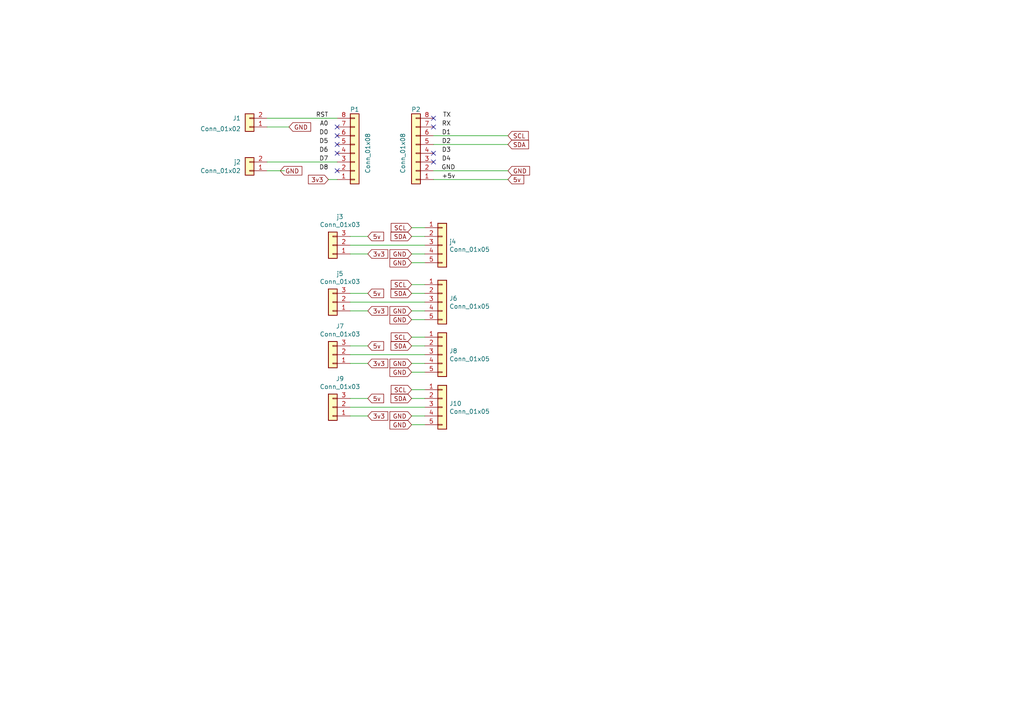
<source format=kicad_sch>
(kicad_sch (version 20211123) (generator eeschema)

  (uuid c9405169-3507-4397-aa2e-a09c637d0ca0)

  (paper "A4")

  (title_block
    (title "Stima WiFi Base Board")
    (date "01/09/2021")
    (rev "1.0")
    (comment 1 "Licensed as CERN-OHL-P (see LICENSE.readme File)")
  )

  (lib_symbols
    (symbol "Connector_Generic:Conn_01x02" (pin_names (offset 1.016) hide) (in_bom yes) (on_board yes)
      (property "Reference" "J" (id 0) (at 0 2.54 0)
        (effects (font (size 1.27 1.27)))
      )
      (property "Value" "Conn_01x02" (id 1) (at 0 -5.08 0)
        (effects (font (size 1.27 1.27)))
      )
      (property "Footprint" "" (id 2) (at 0 0 0)
        (effects (font (size 1.27 1.27)) hide)
      )
      (property "Datasheet" "~" (id 3) (at 0 0 0)
        (effects (font (size 1.27 1.27)) hide)
      )
      (property "ki_keywords" "connector" (id 4) (at 0 0 0)
        (effects (font (size 1.27 1.27)) hide)
      )
      (property "ki_description" "Generic connector, single row, 01x02, script generated (kicad-library-utils/schlib/autogen/connector/)" (id 5) (at 0 0 0)
        (effects (font (size 1.27 1.27)) hide)
      )
      (property "ki_fp_filters" "Connector*:*_1x??_*" (id 6) (at 0 0 0)
        (effects (font (size 1.27 1.27)) hide)
      )
      (symbol "Conn_01x02_1_1"
        (rectangle (start -1.27 -2.413) (end 0 -2.667)
          (stroke (width 0.1524) (type default) (color 0 0 0 0))
          (fill (type none))
        )
        (rectangle (start -1.27 0.127) (end 0 -0.127)
          (stroke (width 0.1524) (type default) (color 0 0 0 0))
          (fill (type none))
        )
        (rectangle (start -1.27 1.27) (end 1.27 -3.81)
          (stroke (width 0.254) (type default) (color 0 0 0 0))
          (fill (type background))
        )
        (pin passive line (at -5.08 0 0) (length 3.81)
          (name "Pin_1" (effects (font (size 1.27 1.27))))
          (number "1" (effects (font (size 1.27 1.27))))
        )
        (pin passive line (at -5.08 -2.54 0) (length 3.81)
          (name "Pin_2" (effects (font (size 1.27 1.27))))
          (number "2" (effects (font (size 1.27 1.27))))
        )
      )
    )
    (symbol "Connector_Generic:Conn_01x03" (pin_names (offset 1.016) hide) (in_bom yes) (on_board yes)
      (property "Reference" "J" (id 0) (at 0 5.08 0)
        (effects (font (size 1.27 1.27)))
      )
      (property "Value" "Conn_01x03" (id 1) (at 0 -5.08 0)
        (effects (font (size 1.27 1.27)))
      )
      (property "Footprint" "" (id 2) (at 0 0 0)
        (effects (font (size 1.27 1.27)) hide)
      )
      (property "Datasheet" "~" (id 3) (at 0 0 0)
        (effects (font (size 1.27 1.27)) hide)
      )
      (property "ki_keywords" "connector" (id 4) (at 0 0 0)
        (effects (font (size 1.27 1.27)) hide)
      )
      (property "ki_description" "Generic connector, single row, 01x03, script generated (kicad-library-utils/schlib/autogen/connector/)" (id 5) (at 0 0 0)
        (effects (font (size 1.27 1.27)) hide)
      )
      (property "ki_fp_filters" "Connector*:*_1x??_*" (id 6) (at 0 0 0)
        (effects (font (size 1.27 1.27)) hide)
      )
      (symbol "Conn_01x03_1_1"
        (rectangle (start -1.27 -2.413) (end 0 -2.667)
          (stroke (width 0.1524) (type default) (color 0 0 0 0))
          (fill (type none))
        )
        (rectangle (start -1.27 0.127) (end 0 -0.127)
          (stroke (width 0.1524) (type default) (color 0 0 0 0))
          (fill (type none))
        )
        (rectangle (start -1.27 2.667) (end 0 2.413)
          (stroke (width 0.1524) (type default) (color 0 0 0 0))
          (fill (type none))
        )
        (rectangle (start -1.27 3.81) (end 1.27 -3.81)
          (stroke (width 0.254) (type default) (color 0 0 0 0))
          (fill (type background))
        )
        (pin passive line (at -5.08 2.54 0) (length 3.81)
          (name "Pin_1" (effects (font (size 1.27 1.27))))
          (number "1" (effects (font (size 1.27 1.27))))
        )
        (pin passive line (at -5.08 0 0) (length 3.81)
          (name "Pin_2" (effects (font (size 1.27 1.27))))
          (number "2" (effects (font (size 1.27 1.27))))
        )
        (pin passive line (at -5.08 -2.54 0) (length 3.81)
          (name "Pin_3" (effects (font (size 1.27 1.27))))
          (number "3" (effects (font (size 1.27 1.27))))
        )
      )
    )
    (symbol "Connector_Generic:Conn_01x05" (pin_names (offset 1.016) hide) (in_bom yes) (on_board yes)
      (property "Reference" "J" (id 0) (at 0 7.62 0)
        (effects (font (size 1.27 1.27)))
      )
      (property "Value" "Conn_01x05" (id 1) (at 0 -7.62 0)
        (effects (font (size 1.27 1.27)))
      )
      (property "Footprint" "" (id 2) (at 0 0 0)
        (effects (font (size 1.27 1.27)) hide)
      )
      (property "Datasheet" "~" (id 3) (at 0 0 0)
        (effects (font (size 1.27 1.27)) hide)
      )
      (property "ki_keywords" "connector" (id 4) (at 0 0 0)
        (effects (font (size 1.27 1.27)) hide)
      )
      (property "ki_description" "Generic connector, single row, 01x05, script generated (kicad-library-utils/schlib/autogen/connector/)" (id 5) (at 0 0 0)
        (effects (font (size 1.27 1.27)) hide)
      )
      (property "ki_fp_filters" "Connector*:*_1x??_*" (id 6) (at 0 0 0)
        (effects (font (size 1.27 1.27)) hide)
      )
      (symbol "Conn_01x05_1_1"
        (rectangle (start -1.27 -4.953) (end 0 -5.207)
          (stroke (width 0.1524) (type default) (color 0 0 0 0))
          (fill (type none))
        )
        (rectangle (start -1.27 -2.413) (end 0 -2.667)
          (stroke (width 0.1524) (type default) (color 0 0 0 0))
          (fill (type none))
        )
        (rectangle (start -1.27 0.127) (end 0 -0.127)
          (stroke (width 0.1524) (type default) (color 0 0 0 0))
          (fill (type none))
        )
        (rectangle (start -1.27 2.667) (end 0 2.413)
          (stroke (width 0.1524) (type default) (color 0 0 0 0))
          (fill (type none))
        )
        (rectangle (start -1.27 5.207) (end 0 4.953)
          (stroke (width 0.1524) (type default) (color 0 0 0 0))
          (fill (type none))
        )
        (rectangle (start -1.27 6.35) (end 1.27 -6.35)
          (stroke (width 0.254) (type default) (color 0 0 0 0))
          (fill (type background))
        )
        (pin passive line (at -5.08 5.08 0) (length 3.81)
          (name "Pin_1" (effects (font (size 1.27 1.27))))
          (number "1" (effects (font (size 1.27 1.27))))
        )
        (pin passive line (at -5.08 2.54 0) (length 3.81)
          (name "Pin_2" (effects (font (size 1.27 1.27))))
          (number "2" (effects (font (size 1.27 1.27))))
        )
        (pin passive line (at -5.08 0 0) (length 3.81)
          (name "Pin_3" (effects (font (size 1.27 1.27))))
          (number "3" (effects (font (size 1.27 1.27))))
        )
        (pin passive line (at -5.08 -2.54 0) (length 3.81)
          (name "Pin_4" (effects (font (size 1.27 1.27))))
          (number "4" (effects (font (size 1.27 1.27))))
        )
        (pin passive line (at -5.08 -5.08 0) (length 3.81)
          (name "Pin_5" (effects (font (size 1.27 1.27))))
          (number "5" (effects (font (size 1.27 1.27))))
        )
      )
    )
    (symbol "Connector_Generic:Conn_01x08" (pin_names (offset 1.016) hide) (in_bom yes) (on_board yes)
      (property "Reference" "J" (id 0) (at 0 10.16 0)
        (effects (font (size 1.27 1.27)))
      )
      (property "Value" "Conn_01x08" (id 1) (at 0 -12.7 0)
        (effects (font (size 1.27 1.27)))
      )
      (property "Footprint" "" (id 2) (at 0 0 0)
        (effects (font (size 1.27 1.27)) hide)
      )
      (property "Datasheet" "~" (id 3) (at 0 0 0)
        (effects (font (size 1.27 1.27)) hide)
      )
      (property "ki_keywords" "connector" (id 4) (at 0 0 0)
        (effects (font (size 1.27 1.27)) hide)
      )
      (property "ki_description" "Generic connector, single row, 01x08, script generated (kicad-library-utils/schlib/autogen/connector/)" (id 5) (at 0 0 0)
        (effects (font (size 1.27 1.27)) hide)
      )
      (property "ki_fp_filters" "Connector*:*_1x??_*" (id 6) (at 0 0 0)
        (effects (font (size 1.27 1.27)) hide)
      )
      (symbol "Conn_01x08_1_1"
        (rectangle (start -1.27 -10.033) (end 0 -10.287)
          (stroke (width 0.1524) (type default) (color 0 0 0 0))
          (fill (type none))
        )
        (rectangle (start -1.27 -7.493) (end 0 -7.747)
          (stroke (width 0.1524) (type default) (color 0 0 0 0))
          (fill (type none))
        )
        (rectangle (start -1.27 -4.953) (end 0 -5.207)
          (stroke (width 0.1524) (type default) (color 0 0 0 0))
          (fill (type none))
        )
        (rectangle (start -1.27 -2.413) (end 0 -2.667)
          (stroke (width 0.1524) (type default) (color 0 0 0 0))
          (fill (type none))
        )
        (rectangle (start -1.27 0.127) (end 0 -0.127)
          (stroke (width 0.1524) (type default) (color 0 0 0 0))
          (fill (type none))
        )
        (rectangle (start -1.27 2.667) (end 0 2.413)
          (stroke (width 0.1524) (type default) (color 0 0 0 0))
          (fill (type none))
        )
        (rectangle (start -1.27 5.207) (end 0 4.953)
          (stroke (width 0.1524) (type default) (color 0 0 0 0))
          (fill (type none))
        )
        (rectangle (start -1.27 7.747) (end 0 7.493)
          (stroke (width 0.1524) (type default) (color 0 0 0 0))
          (fill (type none))
        )
        (rectangle (start -1.27 8.89) (end 1.27 -11.43)
          (stroke (width 0.254) (type default) (color 0 0 0 0))
          (fill (type background))
        )
        (pin passive line (at -5.08 7.62 0) (length 3.81)
          (name "Pin_1" (effects (font (size 1.27 1.27))))
          (number "1" (effects (font (size 1.27 1.27))))
        )
        (pin passive line (at -5.08 5.08 0) (length 3.81)
          (name "Pin_2" (effects (font (size 1.27 1.27))))
          (number "2" (effects (font (size 1.27 1.27))))
        )
        (pin passive line (at -5.08 2.54 0) (length 3.81)
          (name "Pin_3" (effects (font (size 1.27 1.27))))
          (number "3" (effects (font (size 1.27 1.27))))
        )
        (pin passive line (at -5.08 0 0) (length 3.81)
          (name "Pin_4" (effects (font (size 1.27 1.27))))
          (number "4" (effects (font (size 1.27 1.27))))
        )
        (pin passive line (at -5.08 -2.54 0) (length 3.81)
          (name "Pin_5" (effects (font (size 1.27 1.27))))
          (number "5" (effects (font (size 1.27 1.27))))
        )
        (pin passive line (at -5.08 -5.08 0) (length 3.81)
          (name "Pin_6" (effects (font (size 1.27 1.27))))
          (number "6" (effects (font (size 1.27 1.27))))
        )
        (pin passive line (at -5.08 -7.62 0) (length 3.81)
          (name "Pin_7" (effects (font (size 1.27 1.27))))
          (number "7" (effects (font (size 1.27 1.27))))
        )
        (pin passive line (at -5.08 -10.16 0) (length 3.81)
          (name "Pin_8" (effects (font (size 1.27 1.27))))
          (number "8" (effects (font (size 1.27 1.27))))
        )
      )
    )
  )


  (no_connect (at 97.79 41.91) (uuid 11494e89-7671-4d11-9af9-fa65b37cc84a))
  (no_connect (at 125.73 46.99) (uuid 28b9122a-1b56-4629-99b8-5e26691e6d20))
  (no_connect (at 125.73 34.29) (uuid 51e533c1-67c4-42d7-8238-bf9d9f67db2e))
  (no_connect (at 97.79 49.53) (uuid 54e10169-a281-486c-9fdc-feef4cd2bcde))
  (no_connect (at 97.79 36.83) (uuid 5a486f70-6ff3-47bc-8793-51303d5bdd65))
  (no_connect (at 97.79 44.45) (uuid 7b68b2cc-5dd6-4517-a41a-204791272946))
  (no_connect (at 97.79 39.37) (uuid 81e4f87f-db13-4649-9baa-106ad91f2d41))
  (no_connect (at 125.73 44.45) (uuid 829ad63d-6c58-4865-949c-1fb49f1bfb40))
  (no_connect (at 125.73 36.83) (uuid f48ef271-05a3-4fda-a1d1-b795af4ab7f6))

  (wire (pts (xy 119.38 97.79) (xy 123.19 97.79))
    (stroke (width 0) (type default) (color 0 0 0 0))
    (uuid 0c510a34-6a47-4977-a7e4-d273845f5304)
  )
  (wire (pts (xy 119.38 90.17) (xy 123.19 90.17))
    (stroke (width 0) (type default) (color 0 0 0 0))
    (uuid 16a33f1b-31fb-4987-9152-cef6eb5d0282)
  )
  (wire (pts (xy 101.6 87.63) (xy 123.19 87.63))
    (stroke (width 0) (type default) (color 0 0 0 0))
    (uuid 1760f350-13a5-436f-a2d4-4af2a1b98e25)
  )
  (wire (pts (xy 119.38 120.65) (xy 123.19 120.65))
    (stroke (width 0) (type default) (color 0 0 0 0))
    (uuid 1d8d1fb7-6569-4a62-bed7-a8cb0cf80ce6)
  )
  (wire (pts (xy 119.38 85.09) (xy 123.19 85.09))
    (stroke (width 0) (type default) (color 0 0 0 0))
    (uuid 23ddfe1f-3e14-4625-b239-a176fce51285)
  )
  (wire (pts (xy 125.73 39.37) (xy 147.32 39.37))
    (stroke (width 0) (type default) (color 0 0 0 0))
    (uuid 25a53de5-c4ca-4061-9802-b7cbc1073118)
  )
  (wire (pts (xy 82.55 49.53) (xy 77.47 49.53))
    (stroke (width 0) (type default) (color 0 0 0 0))
    (uuid 26775b3d-f371-47dd-a8c8-209ed64d4f40)
  )
  (wire (pts (xy 101.6 71.12) (xy 123.19 71.12))
    (stroke (width 0) (type default) (color 0 0 0 0))
    (uuid 39748191-0570-41dd-b0ba-ba8e54239ad5)
  )
  (wire (pts (xy 119.38 115.57) (xy 123.19 115.57))
    (stroke (width 0) (type default) (color 0 0 0 0))
    (uuid 3af72691-6f9a-48f5-8707-588048d8534f)
  )
  (wire (pts (xy 125.73 52.07) (xy 147.32 52.07))
    (stroke (width 0) (type default) (color 0 0 0 0))
    (uuid 40148a6d-496a-4b48-a69e-a586ae0ab6dd)
  )
  (wire (pts (xy 97.79 46.99) (xy 77.47 46.99))
    (stroke (width 0) (type default) (color 0 0 0 0))
    (uuid 52241f1d-823a-4b00-b0d2-9b31ce9dbc32)
  )
  (wire (pts (xy 119.38 107.95) (xy 123.19 107.95))
    (stroke (width 0) (type default) (color 0 0 0 0))
    (uuid 6115d740-3bae-42f6-a747-59e927d19d94)
  )
  (wire (pts (xy 119.38 68.58) (xy 123.19 68.58))
    (stroke (width 0) (type default) (color 0 0 0 0))
    (uuid 79d322ce-d6e6-4144-9912-08f9fd133d32)
  )
  (wire (pts (xy 106.68 90.17) (xy 101.6 90.17))
    (stroke (width 0) (type default) (color 0 0 0 0))
    (uuid 7b64d43f-232d-4207-be3b-14225fbe2bb5)
  )
  (wire (pts (xy 106.68 73.66) (xy 101.6 73.66))
    (stroke (width 0) (type default) (color 0 0 0 0))
    (uuid 806c5ca5-1899-4c65-9b5d-24b01d8d6c99)
  )
  (wire (pts (xy 119.38 92.71) (xy 123.19 92.71))
    (stroke (width 0) (type default) (color 0 0 0 0))
    (uuid 80d482fb-21cf-4aff-b9f0-61549fff59c4)
  )
  (wire (pts (xy 119.38 73.66) (xy 123.19 73.66))
    (stroke (width 0) (type default) (color 0 0 0 0))
    (uuid 81b0df73-6710-410b-9f74-1beccb09b2c7)
  )
  (wire (pts (xy 101.6 102.87) (xy 123.19 102.87))
    (stroke (width 0) (type default) (color 0 0 0 0))
    (uuid 838b970d-6e62-4c23-8ab9-8c1ca3630c30)
  )
  (wire (pts (xy 77.47 34.29) (xy 97.79 34.29))
    (stroke (width 0) (type default) (color 0 0 0 0))
    (uuid 925d0308-9958-43af-8166-42464a2c31ab)
  )
  (wire (pts (xy 125.73 41.91) (xy 147.32 41.91))
    (stroke (width 0) (type default) (color 0 0 0 0))
    (uuid 93ecc8a2-27a7-441e-bca2-7db169a11c35)
  )
  (wire (pts (xy 106.68 115.57) (xy 101.6 115.57))
    (stroke (width 0) (type default) (color 0 0 0 0))
    (uuid 95556d98-4306-49fe-a7e4-8d1a3d1e203c)
  )
  (wire (pts (xy 119.38 76.2) (xy 123.19 76.2))
    (stroke (width 0) (type default) (color 0 0 0 0))
    (uuid a5f4f24e-3000-44c2-adfd-bf7d6c6dd1fc)
  )
  (wire (pts (xy 119.38 105.41) (xy 123.19 105.41))
    (stroke (width 0) (type default) (color 0 0 0 0))
    (uuid a690c219-52ec-4f3e-bfe3-7c498cade4f0)
  )
  (wire (pts (xy 106.68 105.41) (xy 101.6 105.41))
    (stroke (width 0) (type default) (color 0 0 0 0))
    (uuid a7159acd-8802-4537-b4b3-4059059f4dc3)
  )
  (wire (pts (xy 125.73 49.53) (xy 147.32 49.53))
    (stroke (width 0) (type default) (color 0 0 0 0))
    (uuid ac57c6a6-d52d-4cdf-8152-507133d2e60a)
  )
  (wire (pts (xy 95.25 52.07) (xy 97.79 52.07))
    (stroke (width 0) (type default) (color 0 0 0 0))
    (uuid acd92e13-a169-434f-be81-89c4e5be3104)
  )
  (wire (pts (xy 106.68 68.58) (xy 101.6 68.58))
    (stroke (width 0) (type default) (color 0 0 0 0))
    (uuid c4b429ca-dabd-4f16-88b6-21ead9f49f7f)
  )
  (wire (pts (xy 101.6 118.11) (xy 123.19 118.11))
    (stroke (width 0) (type default) (color 0 0 0 0))
    (uuid c7c43074-6b9f-44f6-a57a-bc3af11726ab)
  )
  (wire (pts (xy 77.47 36.83) (xy 83.82 36.83))
    (stroke (width 0) (type default) (color 0 0 0 0))
    (uuid ce180fd5-d474-41e8-b83e-84510331a107)
  )
  (wire (pts (xy 119.38 113.03) (xy 123.19 113.03))
    (stroke (width 0) (type default) (color 0 0 0 0))
    (uuid ce7d1310-26bb-4c62-9393-968b55c35cc5)
  )
  (wire (pts (xy 119.38 82.55) (xy 123.19 82.55))
    (stroke (width 0) (type default) (color 0 0 0 0))
    (uuid d14a8743-c14b-48d8-9388-11ae59ff115d)
  )
  (wire (pts (xy 119.38 66.04) (xy 123.19 66.04))
    (stroke (width 0) (type default) (color 0 0 0 0))
    (uuid ee55635c-9d83-4ed3-b24b-62ce477e82dc)
  )
  (wire (pts (xy 119.38 100.33) (xy 123.19 100.33))
    (stroke (width 0) (type default) (color 0 0 0 0))
    (uuid f09fba8e-b93e-4003-b865-a8bdf6991dd7)
  )
  (wire (pts (xy 106.68 100.33) (xy 101.6 100.33))
    (stroke (width 0) (type default) (color 0 0 0 0))
    (uuid f16e5d94-a4a8-4b33-af99-d6ad534dafb0)
  )
  (wire (pts (xy 119.38 123.19) (xy 123.19 123.19))
    (stroke (width 0) (type default) (color 0 0 0 0))
    (uuid f4de312f-b62a-46c3-8217-863923f10867)
  )
  (wire (pts (xy 106.68 85.09) (xy 101.6 85.09))
    (stroke (width 0) (type default) (color 0 0 0 0))
    (uuid f8c2914b-7900-48ff-949d-c3eaddcc59d2)
  )
  (wire (pts (xy 106.68 120.65) (xy 101.6 120.65))
    (stroke (width 0) (type default) (color 0 0 0 0))
    (uuid fe91d328-d217-4ddf-9900-21fe8eb332ca)
  )

  (label "RX" (at 130.81 36.83 180)
    (effects (font (size 1.27 1.27)) (justify right bottom))
    (uuid 0686cccf-3630-4856-9b38-6020fea2c536)
  )
  (label "D5" (at 95.25 41.91 180)
    (effects (font (size 1.27 1.27)) (justify right bottom))
    (uuid 2d3f6c5a-ae4d-444b-a901-5e3c93ced81e)
  )
  (label "D0" (at 95.25 39.37 180)
    (effects (font (size 1.27 1.27)) (justify right bottom))
    (uuid 2d6d73ca-40e1-49ec-87ca-d5c643a12ccf)
  )
  (label "TX" (at 130.81 34.29 180)
    (effects (font (size 1.27 1.27)) (justify right bottom))
    (uuid 3893e05a-6300-447c-8f19-5f5e3a43af35)
  )
  (label "D1" (at 130.81 39.37 180)
    (effects (font (size 1.27 1.27)) (justify right bottom))
    (uuid 39ddda63-dce1-494c-b0d8-554ec7419319)
  )
  (label "D4" (at 130.81 46.99 180)
    (effects (font (size 1.27 1.27)) (justify right bottom))
    (uuid 4aa38afb-3517-47fc-85f3-fef3afa446c3)
  )
  (label "D3" (at 130.81 44.45 180)
    (effects (font (size 1.27 1.27)) (justify right bottom))
    (uuid 57f46a04-5df3-4036-bff3-1d1ef9d1e461)
  )
  (label "+5v" (at 132.08 52.07 180)
    (effects (font (size 1.27 1.27)) (justify right bottom))
    (uuid 6a191c30-ee75-408f-8e22-9ff069d370f3)
  )
  (label "A0" (at 95.25 36.83 180)
    (effects (font (size 1.27 1.27)) (justify right bottom))
    (uuid 9e72d216-4cba-4b43-90ad-9bbed018a2f7)
  )
  (label "GND" (at 132.08 49.53 180)
    (effects (font (size 1.27 1.27)) (justify right bottom))
    (uuid ab9a096a-64ce-4458-981e-1dfc170e9b21)
  )
  (label "D6" (at 95.25 44.45 180)
    (effects (font (size 1.27 1.27)) (justify right bottom))
    (uuid af348637-b934-4a21-99cf-e0fdc750866b)
  )
  (label "RST" (at 95.25 34.29 180)
    (effects (font (size 1.27 1.27)) (justify right bottom))
    (uuid bb51ac10-e790-44ab-997f-cbbd358bebcb)
  )
  (label "D8" (at 95.25 49.53 180)
    (effects (font (size 1.27 1.27)) (justify right bottom))
    (uuid c124afeb-8f21-4426-9ae4-c4a29c9b4a27)
  )
  (label "D7" (at 95.25 46.99 180)
    (effects (font (size 1.27 1.27)) (justify right bottom))
    (uuid cb77ffcf-0531-47a5-a1ca-fb167f39799e)
  )
  (label "D2" (at 130.81 41.91 180)
    (effects (font (size 1.27 1.27)) (justify right bottom))
    (uuid fd177239-b76b-4f76-89c0-5cb9b21949f5)
  )

  (global_label "5v" (shape input) (at 147.32 52.07 0) (fields_autoplaced)
    (effects (font (size 1.27 1.27)) (justify left))
    (uuid 00092399-0fe8-4351-9f5e-e0f1029ea548)
    (property "Intersheet References" "${INTERSHEET_REFS}" (id 0) (at 0 0 0)
      (effects (font (size 1.27 1.27)) hide)
    )
  )
  (global_label "GND" (shape input) (at 119.38 107.95 180) (fields_autoplaced)
    (effects (font (size 1.27 1.27)) (justify right))
    (uuid 067c1171-1a9b-4e71-9e71-0abea8a699ce)
    (property "Intersheet References" "${INTERSHEET_REFS}" (id 0) (at 0 0 0)
      (effects (font (size 1.27 1.27)) hide)
    )
  )
  (global_label "GND" (shape input) (at 81.28 49.53 0) (fields_autoplaced)
    (effects (font (size 1.27 1.27)) (justify left))
    (uuid 0ae56d90-b731-4a39-8a4f-37ed55c029ed)
    (property "Intersheet References" "${INTERSHEET_REFS}" (id 0) (at 0 0 0)
      (effects (font (size 1.27 1.27)) hide)
    )
  )
  (global_label "GND" (shape input) (at 119.38 76.2 180) (fields_autoplaced)
    (effects (font (size 1.27 1.27)) (justify right))
    (uuid 0d27fae7-eae8-48ae-96df-eec55fc8b453)
    (property "Intersheet References" "${INTERSHEET_REFS}" (id 0) (at 0 0 0)
      (effects (font (size 1.27 1.27)) hide)
    )
  )
  (global_label "3v3" (shape input) (at 106.68 120.65 0) (fields_autoplaced)
    (effects (font (size 1.27 1.27)) (justify left))
    (uuid 0dd85e23-30d5-4eb4-b972-c60cdaeb4480)
    (property "Intersheet References" "${INTERSHEET_REFS}" (id 0) (at 0 0 0)
      (effects (font (size 1.27 1.27)) hide)
    )
  )
  (global_label "SDA" (shape input) (at 119.38 100.33 180) (fields_autoplaced)
    (effects (font (size 1.27 1.27)) (justify right))
    (uuid 1c7b171e-1b6f-4204-ad9b-16e4022ebe3f)
    (property "Intersheet References" "${INTERSHEET_REFS}" (id 0) (at 0 0 0)
      (effects (font (size 1.27 1.27)) hide)
    )
  )
  (global_label "GND" (shape input) (at 119.38 92.71 180) (fields_autoplaced)
    (effects (font (size 1.27 1.27)) (justify right))
    (uuid 1eae0e5f-f74a-4084-91d9-3a82ec22eb30)
    (property "Intersheet References" "${INTERSHEET_REFS}" (id 0) (at 0 0 0)
      (effects (font (size 1.27 1.27)) hide)
    )
  )
  (global_label "5v" (shape input) (at 106.68 100.33 0) (fields_autoplaced)
    (effects (font (size 1.27 1.27)) (justify left))
    (uuid 24b81aa6-a6d3-4cb0-a0d0-2c59e77db61e)
    (property "Intersheet References" "${INTERSHEET_REFS}" (id 0) (at 0 0 0)
      (effects (font (size 1.27 1.27)) hide)
    )
  )
  (global_label "3v3" (shape input) (at 95.25 52.07 180) (fields_autoplaced)
    (effects (font (size 1.27 1.27)) (justify right))
    (uuid 2ef4696b-1e8d-49fb-be9a-f492c6b16ea1)
    (property "Intersheet References" "${INTERSHEET_REFS}" (id 0) (at 0 0 0)
      (effects (font (size 1.27 1.27)) hide)
    )
  )
  (global_label "GND" (shape input) (at 119.38 123.19 180) (fields_autoplaced)
    (effects (font (size 1.27 1.27)) (justify right))
    (uuid 361fd643-ac52-4fae-b116-45eb58ed3155)
    (property "Intersheet References" "${INTERSHEET_REFS}" (id 0) (at 0 0 0)
      (effects (font (size 1.27 1.27)) hide)
    )
  )
  (global_label "3v3" (shape input) (at 106.68 90.17 0) (fields_autoplaced)
    (effects (font (size 1.27 1.27)) (justify left))
    (uuid 37603a53-5bfc-4e0c-9517-ebf843aff9b5)
    (property "Intersheet References" "${INTERSHEET_REFS}" (id 0) (at 0 0 0)
      (effects (font (size 1.27 1.27)) hide)
    )
  )
  (global_label "5v" (shape input) (at 106.68 68.58 0) (fields_autoplaced)
    (effects (font (size 1.27 1.27)) (justify left))
    (uuid 4667d43b-f42c-4c19-b049-600b4bdfb082)
    (property "Intersheet References" "${INTERSHEET_REFS}" (id 0) (at 0 0 0)
      (effects (font (size 1.27 1.27)) hide)
    )
  )
  (global_label "SDA" (shape input) (at 119.38 85.09 180) (fields_autoplaced)
    (effects (font (size 1.27 1.27)) (justify right))
    (uuid 50ba1636-a0d4-4254-af94-98cd60404e98)
    (property "Intersheet References" "${INTERSHEET_REFS}" (id 0) (at 0 0 0)
      (effects (font (size 1.27 1.27)) hide)
    )
  )
  (global_label "GND" (shape input) (at 119.38 73.66 180) (fields_autoplaced)
    (effects (font (size 1.27 1.27)) (justify right))
    (uuid 51914f4e-572b-4104-a344-ba3ed28f11a8)
    (property "Intersheet References" "${INTERSHEET_REFS}" (id 0) (at 0 0 0)
      (effects (font (size 1.27 1.27)) hide)
    )
  )
  (global_label "GND" (shape input) (at 119.38 105.41 180) (fields_autoplaced)
    (effects (font (size 1.27 1.27)) (justify right))
    (uuid 57959102-c937-478d-b85e-1a894cc1721f)
    (property "Intersheet References" "${INTERSHEET_REFS}" (id 0) (at 0 0 0)
      (effects (font (size 1.27 1.27)) hide)
    )
  )
  (global_label "SCL" (shape input) (at 119.38 66.04 180) (fields_autoplaced)
    (effects (font (size 1.27 1.27)) (justify right))
    (uuid 5b8d07c6-1559-4e21-9872-2d6b2c51d8bd)
    (property "Intersheet References" "${INTERSHEET_REFS}" (id 0) (at 0 0 0)
      (effects (font (size 1.27 1.27)) hide)
    )
  )
  (global_label "GND" (shape input) (at 119.38 90.17 180) (fields_autoplaced)
    (effects (font (size 1.27 1.27)) (justify right))
    (uuid 5e423fac-73d8-41f4-a344-706fc6fd7730)
    (property "Intersheet References" "${INTERSHEET_REFS}" (id 0) (at 0 0 0)
      (effects (font (size 1.27 1.27)) hide)
    )
  )
  (global_label "GND" (shape input) (at 83.82 36.83 0) (fields_autoplaced)
    (effects (font (size 1.27 1.27)) (justify left))
    (uuid 60944df2-e05b-4f2d-8898-367837084c2e)
    (property "Intersheet References" "${INTERSHEET_REFS}" (id 0) (at 0 0 0)
      (effects (font (size 1.27 1.27)) hide)
    )
  )
  (global_label "5v" (shape input) (at 106.68 85.09 0) (fields_autoplaced)
    (effects (font (size 1.27 1.27)) (justify left))
    (uuid 656b9366-ee35-45a4-af0a-187b89f369b6)
    (property "Intersheet References" "${INTERSHEET_REFS}" (id 0) (at 0 0 0)
      (effects (font (size 1.27 1.27)) hide)
    )
  )
  (global_label "5v" (shape input) (at 106.68 115.57 0) (fields_autoplaced)
    (effects (font (size 1.27 1.27)) (justify left))
    (uuid 68eed3a9-b6b2-4770-9b51-8b1dd8e84086)
    (property "Intersheet References" "${INTERSHEET_REFS}" (id 0) (at 0 0 0)
      (effects (font (size 1.27 1.27)) hide)
    )
  )
  (global_label "GND" (shape input) (at 119.38 120.65 180) (fields_autoplaced)
    (effects (font (size 1.27 1.27)) (justify right))
    (uuid 8876d5ca-1cc8-40a9-aa55-0456e5ed1bc4)
    (property "Intersheet References" "${INTERSHEET_REFS}" (id 0) (at 0 0 0)
      (effects (font (size 1.27 1.27)) hide)
    )
  )
  (global_label "3v3" (shape input) (at 106.68 105.41 0) (fields_autoplaced)
    (effects (font (size 1.27 1.27)) (justify left))
    (uuid a17aacd5-0b9e-42f7-a703-5f696bf8d42a)
    (property "Intersheet References" "${INTERSHEET_REFS}" (id 0) (at 0 0 0)
      (effects (font (size 1.27 1.27)) hide)
    )
  )
  (global_label "SCL" (shape input) (at 119.38 97.79 180) (fields_autoplaced)
    (effects (font (size 1.27 1.27)) (justify right))
    (uuid a189a148-ec07-4d08-832e-a216d099d91d)
    (property "Intersheet References" "${INTERSHEET_REFS}" (id 0) (at 0 0 0)
      (effects (font (size 1.27 1.27)) hide)
    )
  )
  (global_label "SDA" (shape input) (at 119.38 68.58 180) (fields_autoplaced)
    (effects (font (size 1.27 1.27)) (justify right))
    (uuid a3a1e628-1a89-4256-8673-5d8360e52db0)
    (property "Intersheet References" "${INTERSHEET_REFS}" (id 0) (at 0 0 0)
      (effects (font (size 1.27 1.27)) hide)
    )
  )
  (global_label "SDA" (shape input) (at 147.32 41.91 0) (fields_autoplaced)
    (effects (font (size 1.27 1.27)) (justify left))
    (uuid bc12c0ab-fcb3-4475-8617-25df8a55f9f8)
    (property "Intersheet References" "${INTERSHEET_REFS}" (id 0) (at 0 0 0)
      (effects (font (size 1.27 1.27)) hide)
    )
  )
  (global_label "3v3" (shape input) (at 106.68 73.66 0) (fields_autoplaced)
    (effects (font (size 1.27 1.27)) (justify left))
    (uuid c4095b6b-6007-468f-a0ad-ac542aaa1e75)
    (property "Intersheet References" "${INTERSHEET_REFS}" (id 0) (at 0 0 0)
      (effects (font (size 1.27 1.27)) hide)
    )
  )
  (global_label "SCL" (shape input) (at 147.32 39.37 0) (fields_autoplaced)
    (effects (font (size 1.27 1.27)) (justify left))
    (uuid d48f84f6-48d3-483d-8166-d399ebe7fa53)
    (property "Intersheet References" "${INTERSHEET_REFS}" (id 0) (at 0 0 0)
      (effects (font (size 1.27 1.27)) hide)
    )
  )
  (global_label "SCL" (shape input) (at 119.38 82.55 180) (fields_autoplaced)
    (effects (font (size 1.27 1.27)) (justify right))
    (uuid dbc15714-5f44-4750-942a-3cc266565676)
    (property "Intersheet References" "${INTERSHEET_REFS}" (id 0) (at 0 0 0)
      (effects (font (size 1.27 1.27)) hide)
    )
  )
  (global_label "SDA" (shape input) (at 119.38 115.57 180) (fields_autoplaced)
    (effects (font (size 1.27 1.27)) (justify right))
    (uuid e9e0c7c9-5a8d-4751-ad43-1aab229d7808)
    (property "Intersheet References" "${INTERSHEET_REFS}" (id 0) (at 0 0 0)
      (effects (font (size 1.27 1.27)) hide)
    )
  )
  (global_label "SCL" (shape input) (at 119.38 113.03 180) (fields_autoplaced)
    (effects (font (size 1.27 1.27)) (justify right))
    (uuid ec3ab29a-2c78-40dd-a5a5-2f26ae06d7c1)
    (property "Intersheet References" "${INTERSHEET_REFS}" (id 0) (at 0 0 0)
      (effects (font (size 1.27 1.27)) hide)
    )
  )
  (global_label "GND" (shape input) (at 147.32 49.53 0) (fields_autoplaced)
    (effects (font (size 1.27 1.27)) (justify left))
    (uuid f213a546-5a9f-431c-a8df-a5f32e2c8586)
    (property "Intersheet References" "${INTERSHEET_REFS}" (id 0) (at 0 0 0)
      (effects (font (size 1.27 1.27)) hide)
    )
  )

  (symbol (lib_id "Connector_Generic:Conn_01x08") (at 120.65 44.45 180) (unit 1)
    (in_bom yes) (on_board yes)
    (uuid 00000000-0000-0000-0000-00006061580c)
    (property "Reference" "P2" (id 0) (at 120.65 31.75 0))
    (property "Value" "Conn_01x08" (id 1) (at 116.84 44.45 90))
    (property "Footprint" "Connector_PinHeader_2.54mm:PinHeader_1x08_P2.54mm_Vertical" (id 2) (at 120.65 44.45 0)
      (effects (font (size 1.27 1.27)) hide)
    )
    (property "Datasheet" "~" (id 3) (at 120.65 44.45 0)
      (effects (font (size 1.27 1.27)) hide)
    )
    (pin "1" (uuid 6e2db306-8fcb-4465-b8c8-3b6444fc02e8))
    (pin "2" (uuid aa6c4fd8-ec09-48f3-82da-8500e0d73dbf))
    (pin "3" (uuid d80f537c-fa72-4b09-89a9-5216efb10bfa))
    (pin "4" (uuid ee684f0f-d74e-4305-af38-aa1419240a40))
    (pin "5" (uuid cd76c9fb-c766-41d5-b3b2-2eeec8e9e801))
    (pin "6" (uuid 63acff2b-9fec-4b93-ad0f-699c7cbc310a))
    (pin "7" (uuid e0c4ed8e-bd02-4075-9bda-bc309a221f80))
    (pin "8" (uuid 63548c89-e46f-40a9-87f7-cbc171e11785))
  )

  (symbol (lib_id "Connector_Generic:Conn_01x08") (at 102.87 44.45 0) (mirror x) (unit 1)
    (in_bom yes) (on_board yes)
    (uuid 00000000-0000-0000-0000-0000606426da)
    (property "Reference" "P1" (id 0) (at 102.87 31.75 0))
    (property "Value" "Conn_01x08" (id 1) (at 106.68 44.45 90))
    (property "Footprint" "Connector_PinHeader_2.54mm:PinHeader_1x08_P2.54mm_Vertical" (id 2) (at 102.87 44.45 0)
      (effects (font (size 1.27 1.27)) hide)
    )
    (property "Datasheet" "~" (id 3) (at 102.87 44.45 0)
      (effects (font (size 1.27 1.27)) hide)
    )
    (pin "1" (uuid 77796651-1d31-4e03-9ba2-b036720cb569))
    (pin "2" (uuid 0c79cc4a-0879-4fa2-88e3-0ccb970fcdb5))
    (pin "3" (uuid 5ec43686-4f99-4cad-82d4-ed6828f91c64))
    (pin "4" (uuid ea762629-630c-4504-9456-6fa086c45099))
    (pin "5" (uuid eb3a494e-e2e1-4bc4-a725-a40d8765e0e0))
    (pin "6" (uuid 2b6a0c14-1f7a-44eb-8afa-04d3f7fc9f0d))
    (pin "7" (uuid d6081a7d-41ef-42b7-b464-5ec262b3d553))
    (pin "8" (uuid 26685331-d7b7-4dd5-af8d-4e5d445ca2c2))
  )

  (symbol (lib_id "Connector_Generic:Conn_01x03") (at 96.52 71.12 180) (unit 1)
    (in_bom yes) (on_board yes)
    (uuid 00000000-0000-0000-0000-0000606b9e2b)
    (property "Reference" "j3" (id 0) (at 98.6028 62.865 0))
    (property "Value" "Conn_01x03" (id 1) (at 98.6028 65.1764 0))
    (property "Footprint" "Connector_PinHeader_2.54mm:PinHeader_1x03_P2.54mm_Vertical" (id 2) (at 96.52 71.12 0)
      (effects (font (size 1.27 1.27)) hide)
    )
    (property "Datasheet" "~" (id 3) (at 96.52 71.12 0)
      (effects (font (size 1.27 1.27)) hide)
    )
    (pin "1" (uuid 5fbe845c-01f7-4d63-b36a-bf2d9c021191))
    (pin "2" (uuid 410eaa95-136e-4486-b86c-f8b4722bf94e))
    (pin "3" (uuid 6c4077ae-ef01-42be-9188-9c72f519b5d9))
  )

  (symbol (lib_id "Connector_Generic:Conn_01x03") (at 96.52 87.63 180) (unit 1)
    (in_bom yes) (on_board yes)
    (uuid 00000000-0000-0000-0000-0000606cfdc9)
    (property "Reference" "j5" (id 0) (at 98.6028 79.375 0))
    (property "Value" "Conn_01x03" (id 1) (at 98.6028 81.6864 0))
    (property "Footprint" "Connector_PinHeader_2.54mm:PinHeader_1x03_P2.54mm_Vertical" (id 2) (at 96.52 87.63 0)
      (effects (font (size 1.27 1.27)) hide)
    )
    (property "Datasheet" "~" (id 3) (at 96.52 87.63 0)
      (effects (font (size 1.27 1.27)) hide)
    )
    (pin "1" (uuid 1a0be245-cc43-4707-baf3-98f273651cc6))
    (pin "2" (uuid 21931608-8c2f-4bad-bbac-f81de724925c))
    (pin "3" (uuid b0924d74-317d-4e11-8b05-f1906a5b3dc8))
  )

  (symbol (lib_id "Connector_Generic:Conn_01x03") (at 96.52 102.87 180) (unit 1)
    (in_bom yes) (on_board yes)
    (uuid 00000000-0000-0000-0000-0000606d32ca)
    (property "Reference" "J7" (id 0) (at 98.6028 94.615 0))
    (property "Value" "Conn_01x03" (id 1) (at 98.6028 96.9264 0))
    (property "Footprint" "Connector_PinHeader_2.54mm:PinHeader_1x03_P2.54mm_Vertical" (id 2) (at 96.52 102.87 0)
      (effects (font (size 1.27 1.27)) hide)
    )
    (property "Datasheet" "~" (id 3) (at 96.52 102.87 0)
      (effects (font (size 1.27 1.27)) hide)
    )
    (pin "1" (uuid ea18c125-8865-4439-9677-29b36aeff59a))
    (pin "2" (uuid ce862e94-ebe9-4890-80b6-0f486010a607))
    (pin "3" (uuid bbe2a6c6-8bcc-4b63-a70d-2e4640d6c5fa))
  )

  (symbol (lib_id "Connector_Generic:Conn_01x03") (at 96.52 118.11 180) (unit 1)
    (in_bom yes) (on_board yes)
    (uuid 00000000-0000-0000-0000-0000606d6dfa)
    (property "Reference" "J9" (id 0) (at 98.6028 109.855 0))
    (property "Value" "Conn_01x03" (id 1) (at 98.6028 112.1664 0))
    (property "Footprint" "Connector_PinHeader_2.54mm:PinHeader_1x03_P2.54mm_Vertical" (id 2) (at 96.52 118.11 0)
      (effects (font (size 1.27 1.27)) hide)
    )
    (property "Datasheet" "~" (id 3) (at 96.52 118.11 0)
      (effects (font (size 1.27 1.27)) hide)
    )
    (pin "1" (uuid 7fb3229b-5644-48f1-8788-3f557e7702de))
    (pin "2" (uuid cef90fff-e542-493a-973b-b2d0597de07e))
    (pin "3" (uuid 89a4c8ca-8197-4e44-9858-a120f4d4a99a))
  )

  (symbol (lib_id "Connector_Generic:Conn_01x05") (at 128.27 71.12 0) (unit 1)
    (in_bom yes) (on_board yes)
    (uuid 00000000-0000-0000-0000-00006083f332)
    (property "Reference" "j4" (id 0) (at 130.302 70.0532 0)
      (effects (font (size 1.27 1.27)) (justify left))
    )
    (property "Value" "Conn_01x05" (id 1) (at 130.302 72.3646 0)
      (effects (font (size 1.27 1.27)) (justify left))
    )
    (property "Footprint" "Connector_Molex:Molex_KK-254_AE-6410-05A_1x05_P2.54mm_Vertical" (id 2) (at 128.27 71.12 0)
      (effects (font (size 1.27 1.27)) hide)
    )
    (property "Datasheet" "~" (id 3) (at 128.27 71.12 0)
      (effects (font (size 1.27 1.27)) hide)
    )
    (pin "1" (uuid 37ba8810-eea2-4d29-b7d3-af3f74a10266))
    (pin "2" (uuid cecebca6-c33f-45de-8ef5-73ac68418168))
    (pin "3" (uuid 3169f69d-6524-44a5-9c71-69d222331b7a))
    (pin "4" (uuid ffc9748d-9149-4eb4-8c6d-08b4f354c8ed))
    (pin "5" (uuid 7f419aa2-c799-4bed-b6e2-cc843d71c2e8))
  )

  (symbol (lib_id "Connector_Generic:Conn_01x05") (at 128.27 87.63 0) (unit 1)
    (in_bom yes) (on_board yes)
    (uuid 00000000-0000-0000-0000-000060845552)
    (property "Reference" "J6" (id 0) (at 130.302 86.5632 0)
      (effects (font (size 1.27 1.27)) (justify left))
    )
    (property "Value" "Conn_01x05" (id 1) (at 130.302 88.8746 0)
      (effects (font (size 1.27 1.27)) (justify left))
    )
    (property "Footprint" "Connector_Molex:Molex_KK-254_AE-6410-05A_1x05_P2.54mm_Vertical" (id 2) (at 128.27 87.63 0)
      (effects (font (size 1.27 1.27)) hide)
    )
    (property "Datasheet" "~" (id 3) (at 128.27 87.63 0)
      (effects (font (size 1.27 1.27)) hide)
    )
    (pin "1" (uuid 9563bd44-3c32-4f0c-85da-0feeeb62b599))
    (pin "2" (uuid cb7ff566-ad97-43e5-8b92-0b65924d1eff))
    (pin "3" (uuid 34742026-625e-4622-982c-fa80ccf8de20))
    (pin "4" (uuid 370ddd3a-5b16-4933-8c49-4b8b656015a7))
    (pin "5" (uuid 14ece544-31cc-4463-8c57-1015324c8ca1))
  )

  (symbol (lib_id "Connector_Generic:Conn_01x05") (at 128.27 102.87 0) (unit 1)
    (in_bom yes) (on_board yes)
    (uuid 00000000-0000-0000-0000-000060854d74)
    (property "Reference" "J8" (id 0) (at 130.302 101.8032 0)
      (effects (font (size 1.27 1.27)) (justify left))
    )
    (property "Value" "Conn_01x05" (id 1) (at 130.302 104.1146 0)
      (effects (font (size 1.27 1.27)) (justify left))
    )
    (property "Footprint" "Connector_Molex:Molex_KK-254_AE-6410-05A_1x05_P2.54mm_Vertical" (id 2) (at 128.27 102.87 0)
      (effects (font (size 1.27 1.27)) hide)
    )
    (property "Datasheet" "~" (id 3) (at 128.27 102.87 0)
      (effects (font (size 1.27 1.27)) hide)
    )
    (pin "1" (uuid 037a4ce8-3375-4173-bb08-8e862e596318))
    (pin "2" (uuid 0668d6db-499a-4846-a50e-7189d65e1717))
    (pin "3" (uuid 23abb8d7-1310-448d-b639-c95fc3c5d04f))
    (pin "4" (uuid 7ba345e3-72f7-486d-b928-a851ae2a8885))
    (pin "5" (uuid 93890f19-5942-4339-acce-cd4560f0b3cf))
  )

  (symbol (lib_id "Connector_Generic:Conn_01x05") (at 128.27 118.11 0) (unit 1)
    (in_bom yes) (on_board yes)
    (uuid 00000000-0000-0000-0000-00006085572a)
    (property "Reference" "J10" (id 0) (at 130.302 117.0432 0)
      (effects (font (size 1.27 1.27)) (justify left))
    )
    (property "Value" "Conn_01x05" (id 1) (at 130.302 119.3546 0)
      (effects (font (size 1.27 1.27)) (justify left))
    )
    (property "Footprint" "Connector_Molex:Molex_KK-254_AE-6410-05A_1x05_P2.54mm_Vertical" (id 2) (at 128.27 118.11 0)
      (effects (font (size 1.27 1.27)) hide)
    )
    (property "Datasheet" "~" (id 3) (at 128.27 118.11 0)
      (effects (font (size 1.27 1.27)) hide)
    )
    (pin "1" (uuid 278c7afd-4c47-42a3-a963-8f501bd1add5))
    (pin "2" (uuid af94d44f-dbae-4c50-9760-e716a5b48839))
    (pin "3" (uuid a57f2572-89a6-4158-97bc-52ac8065ba30))
    (pin "4" (uuid 9fde9242-345e-493c-99fd-30b96ec57915))
    (pin "5" (uuid a82b94aa-13dd-4b49-91ea-e64d107d79c6))
  )

  (symbol (lib_id "Connector_Generic:Conn_01x02") (at 72.39 36.83 180) (unit 1)
    (in_bom yes) (on_board yes)
    (uuid 00000000-0000-0000-0000-000060889858)
    (property "Reference" "J1" (id 0) (at 69.85 34.29 0)
      (effects (font (size 1.27 1.27)) (justify left))
    )
    (property "Value" "Conn_01x02" (id 1) (at 69.85 38.1 0)
      (effects (font (size 1.27 1.27)) (justify left top))
    )
    (property "Footprint" "Connector_PinHeader_2.54mm:PinHeader_1x02_P2.54mm_Vertical" (id 2) (at 72.39 36.83 0)
      (effects (font (size 1.27 1.27)) hide)
    )
    (property "Datasheet" "~" (id 3) (at 72.39 36.83 0)
      (effects (font (size 1.27 1.27)) hide)
    )
    (pin "1" (uuid 3530be0f-a716-4ba4-ba10-c8ae7d457e77))
    (pin "2" (uuid a05ed36c-14bf-469d-8795-f5401d0822c2))
  )

  (symbol (lib_id "Connector_Generic:Conn_01x02") (at 72.39 49.53 180) (unit 1)
    (in_bom yes) (on_board yes)
    (uuid 00000000-0000-0000-0000-000061324768)
    (property "Reference" "j2" (id 0) (at 69.85 46.99 0)
      (effects (font (size 1.27 1.27)) (justify left))
    )
    (property "Value" "Conn_01x02" (id 1) (at 69.85 49.53 0)
      (effects (font (size 1.27 1.27)) (justify left))
    )
    (property "Footprint" "Connector_PinHeader_2.54mm:PinHeader_1x03_P2.54mm_Vertical" (id 2) (at 72.39 49.53 0)
      (effects (font (size 1.27 1.27)) hide)
    )
    (property "Datasheet" "~" (id 3) (at 72.39 49.53 0)
      (effects (font (size 1.27 1.27)) hide)
    )
    (pin "1" (uuid 3677c6f3-0bb2-45e2-b7fb-bd915ab92435))
    (pin "2" (uuid 19aab1a5-7594-4c8d-898d-3655bb497de0))
  )

  (sheet_instances
    (path "/" (page "1"))
  )

  (symbol_instances
    (path "/00000000-0000-0000-0000-000060889858"
      (reference "J1") (unit 1) (value "Conn_01x02") (footprint "Connector_PinHeader_2.54mm:PinHeader_1x02_P2.54mm_Vertical")
    )
    (path "/00000000-0000-0000-0000-000060845552"
      (reference "J6") (unit 1) (value "Conn_01x05") (footprint "Connector_Molex:Molex_KK-254_AE-6410-05A_1x05_P2.54mm_Vertical")
    )
    (path "/00000000-0000-0000-0000-0000606d32ca"
      (reference "J7") (unit 1) (value "Conn_01x03") (footprint "Connector_PinHeader_2.54mm:PinHeader_1x03_P2.54mm_Vertical")
    )
    (path "/00000000-0000-0000-0000-000060854d74"
      (reference "J8") (unit 1) (value "Conn_01x05") (footprint "Connector_Molex:Molex_KK-254_AE-6410-05A_1x05_P2.54mm_Vertical")
    )
    (path "/00000000-0000-0000-0000-0000606d6dfa"
      (reference "J9") (unit 1) (value "Conn_01x03") (footprint "Connector_PinHeader_2.54mm:PinHeader_1x03_P2.54mm_Vertical")
    )
    (path "/00000000-0000-0000-0000-00006085572a"
      (reference "J10") (unit 1) (value "Conn_01x05") (footprint "Connector_Molex:Molex_KK-254_AE-6410-05A_1x05_P2.54mm_Vertical")
    )
    (path "/00000000-0000-0000-0000-0000606426da"
      (reference "P1") (unit 1) (value "Conn_01x08") (footprint "Connector_PinHeader_2.54mm:PinHeader_1x08_P2.54mm_Vertical")
    )
    (path "/00000000-0000-0000-0000-00006061580c"
      (reference "P2") (unit 1) (value "Conn_01x08") (footprint "Connector_PinHeader_2.54mm:PinHeader_1x08_P2.54mm_Vertical")
    )
    (path "/00000000-0000-0000-0000-000061324768"
      (reference "j2") (unit 1) (value "Conn_01x02") (footprint "Connector_PinHeader_2.54mm:PinHeader_1x03_P2.54mm_Vertical")
    )
    (path "/00000000-0000-0000-0000-0000606b9e2b"
      (reference "j3") (unit 1) (value "Conn_01x03") (footprint "Connector_PinHeader_2.54mm:PinHeader_1x03_P2.54mm_Vertical")
    )
    (path "/00000000-0000-0000-0000-00006083f332"
      (reference "j4") (unit 1) (value "Conn_01x05") (footprint "Connector_Molex:Molex_KK-254_AE-6410-05A_1x05_P2.54mm_Vertical")
    )
    (path "/00000000-0000-0000-0000-0000606cfdc9"
      (reference "j5") (unit 1) (value "Conn_01x03") (footprint "Connector_PinHeader_2.54mm:PinHeader_1x03_P2.54mm_Vertical")
    )
  )
)

</source>
